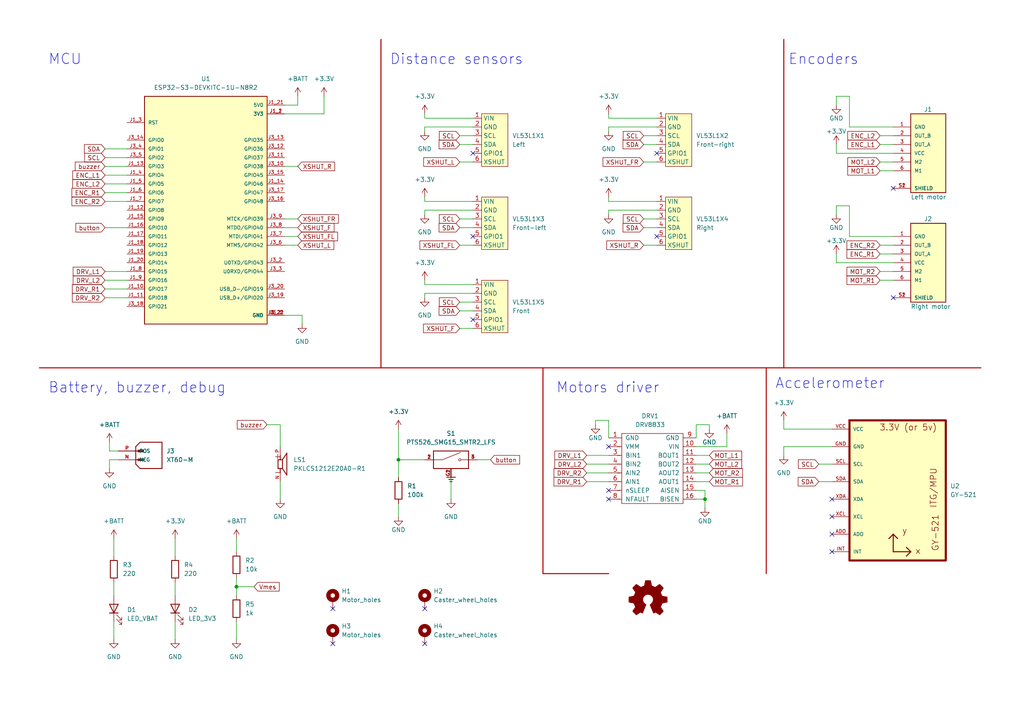
<source format=kicad_sch>
(kicad_sch (version 20211123) (generator eeschema)
  (paper "A4")
  (title_block (title "Algernon Micromouse PCB") (rev "v0.1"))
  (lib_symbols
    (symbol "BM06B-SRSS-TB_LF__SN__1" (pin_names (offset 1.016))
      (property "Reference" "J" (at -5.08 13.462 0))
      (property "Value" "BM06B-SRSS-TB_LF__SN__1" (at -5.08 -12.7 0))
      (symbol "BM06B-SRSS-TB_LF__SN__1_0_0"
        (pin passive line (at -10.16 10.16 0) (length 5.08) (name "GND") (number "1"))
        (pin passive line (at -10.16 7.62 0) (length 5.08) (name "OUT_B") (number "2"))
        (pin passive line (at -10.16 5.08 0) (length 5.08) (name "OUT_A") (number "3"))
        (pin passive line (at -10.16 2.54 0) (length 5.08) (name "VCC") (number "4"))
        (pin passive line (at -10.16 0 0) (length 5.08) (name "M2") (number "5"))
        (pin passive line (at -10.16 -2.54 0) (length 5.08) (name "M1") (number "6"))
        (pin passive line (at -10.16 -7.62 0) (length 5.08) (name "SHIELD") (number "S1"))
        (pin passive line (at -10.16 -7.62 0) (length 5.08) (name "SHIELD") (number "S2"))
      )
    )
    (symbol "BM06B-SRSS-TB_LF__SN__2" (pin_names (offset 1.016))
      (property "Reference" "J" (at -5.08 13.462 0))
      (property "Value" "BM06B-SRSS-TB_LF__SN__2" (at -5.08 -12.7 0))
      (symbol "BM06B-SRSS-TB_LF__SN__2_0_0"
        (pin passive line (at -10.16 10.16 0) (length 5.08) (name "GND") (number "1"))
        (pin passive line (at -10.16 7.62 0) (length 5.08) (name "OUT_B") (number "2"))
        (pin passive line (at -10.16 5.08 0) (length 5.08) (name "OUT_A") (number "3"))
        (pin passive line (at -10.16 2.54 0) (length 5.08) (name "VCC") (number "4"))
        (pin passive line (at -10.16 0 0) (length 5.08) (name "M2") (number "5"))
        (pin passive line (at -10.16 -2.54 0) (length 5.08) (name "M1") (number "6"))
        (pin passive line (at -10.16 -7.62 0) (length 5.08) (name "SHIELD") (number "S1"))
        (pin passive line (at -10.16 -7.62 0) (length 5.08) (name "SHIELD") (number "S2"))
      )
    )
    (symbol "DRV8833:Dual motor driver" (pin_names (offset 1.016))
      (property "Reference" "DRV8833" (at 0 11.43 0))
      (property "Value" "Dual motor driver" (at 0 -11.43 0))
      (symbol "Dual motor driver_1_1"
        (pin input line (at -12.7 8.89 0) (length 3.81) (name "GND") (number "1"))
        (pin output line (at 12.7 6.35 180) (length 3.81) (name "VIN") (number "10"))
        (pin output line (at 12.7 3.81 180) (length 3.81) (name "BOUT1") (number "11"))
        (pin output line (at 12.7 1.27 180) (length 3.81) (name "BOUT2") (number "12"))
        (pin output line (at 12.7 -1.27 180) (length 3.81) (name "AOUT2") (number "13"))
        (pin output line (at 12.7 -3.81 180) (length 3.81) (name "AOUT1") (number "14"))
        (pin input line (at 12.7 -6.35 180) (length 3.81) (name "AISEN") (number "15"))
        (pin input line (at 12.7 -8.89 180) (length 3.81) (name "BISEN") (number "16"))
        (pin input line (at -12.7 6.35 0) (length 3.81) (name "VMM") (number "2"))
        (pin input line (at -12.7 3.81 0) (length 3.81) (name "BIN1") (number "3"))
        (pin input line (at -12.7 1.27 0) (length 3.81) (name "BIN2") (number "4"))
        (pin input line (at -12.7 -1.27 0) (length 3.81) (name "AIN2") (number "5"))
        (pin input line (at -12.7 -3.81 0) (length 3.81) (name "AIN1") (number "6"))
        (pin input line (at -12.7 -6.35 0) (length 3.81) (name "nSLEEP") (number "7"))
        (pin input line (at -12.7 -8.89 0) (length 3.81) (name "NFAULT") (number "8"))
        (pin input line (at 12.7 8.89 180) (length 3.81) (name "GND") (number "9"))
      )
    )
    (symbol "Device:LED" (pin_numbers hide) (pin_names (offset 1.016) hide)
      (property "Reference" "D" (at 0 2.54 0))
      (property "Value" "LED" (at 0 -2.54 0))
      (symbol "LED_1_1"
        (pin passive line (at -3.81 0 0) (length 2.54) (name "K") (number "1"))
        (pin passive line (at 3.81 0 180) (length 2.54) (name "A") (number "2"))
      )
    )
    (symbol "Device:R" (pin_numbers hide) (pin_names (offset 0))
      (property "Reference" "R" (at 2.032 0 90))
      (property "Value" "R" (at 0 0 90))
      (symbol "R_1_1"
        (pin passive line (at 0 3.81 270) (length 1.27) (name "~") (number "1"))
        (pin passive line (at 0 -3.81 90) (length 1.27) (name "~") (number "2"))
      )
    )
    (symbol "ESP32-S3-DEVKITC-1U-N8R2:ESP32-S3-DEVKITC-1U-N8R2" (pin_names (offset 1.016))
      (property "Reference" "U" (at -17.78 35.56 0))
      (property "Value" "ESP32-S3-DEVKITC-1U-N8R2" (at -17.78 -35.56 0))
      (symbol "ESP32-S3-DEVKITC-1U-N8R2_0_0"
        (pin power_in line (at 22.86 27.94 180) (length 5.08) (name "3V3") (number "J1_1"))
        (pin bidirectional line (at -22.86 -22.86 0) (length 5.08) (name "GPIO17") (number "J1_10"))
        (pin bidirectional line (at -22.86 -25.4 0) (length 5.08) (name "GPIO18") (number "J1_11"))
        (pin bidirectional line (at -22.86 0 0) (length 5.08) (name "GPIO8") (number "J1_12"))
        (pin bidirectional line (at -22.86 12.7 0) (length 5.08) (name "GPIO3") (number "J1_13"))
        (pin bidirectional line (at 22.86 7.62 180) (length 5.08) (name "GPIO46") (number "J1_14"))
        (pin bidirectional line (at -22.86 -2.54 0) (length 5.08) (name "GPIO9") (number "J1_15"))
        (pin bidirectional line (at -22.86 -5.08 0) (length 5.08) (name "GPIO10") (number "J1_16"))
        (pin bidirectional line (at -22.86 -7.62 0) (length 5.08) (name "GPIO11") (number "J1_17"))
        (pin bidirectional line (at -22.86 -10.16 0) (length 5.08) (name "GPIO12") (number "J1_18"))
        (pin bidirectional line (at -22.86 -12.7 0) (length 5.08) (name "GPIO13") (number "J1_19"))
        (pin power_in line (at 22.86 27.94 180) (length 5.08) (name "3V3") (number "J1_2"))
        (pin bidirectional line (at -22.86 -15.24 0) (length 5.08) (name "GPIO14") (number "J1_20"))
        (pin power_in line (at 22.86 30.48 180) (length 5.08) (name "5V0") (number "J1_21"))
        (pin power_in line (at 22.86 -30.48 180) (length 5.08) (name "GND") (number "J1_22"))
        (pin input line (at -22.86 25.4 0) (length 5.08) (name "RST") (number "J1_3"))
        (pin bidirectional line (at -22.86 10.16 0) (length 5.08) (name "GPIO4") (number "J1_4"))
        (pin bidirectional line (at -22.86 7.62 0) (length 5.08) (name "GPIO5") (number "J1_5"))
        (pin bidirectional line (at -22.86 5.08 0) (length 5.08) (name "GPIO6") (number "J1_6"))
        (pin bidirectional line (at -22.86 2.54 0) (length 5.08) (name "GPIO7") (number "J1_7"))
        (pin bidirectional line (at -22.86 -17.78 0) (length 5.08) (name "GPIO15") (number "J1_8"))
        (pin bidirectional line (at -22.86 -20.32 0) (length 5.08) (name "GPIO16") (number "J1_9"))
        (pin power_in line (at 22.86 -30.48 180) (length 5.08) (name "GND") (number "J3_1"))
        (pin bidirectional line (at 22.86 12.7 180) (length 5.08) (name "GPIO38") (number "J3_10"))
        (pin bidirectional line (at 22.86 15.24 180) (length 5.08) (name "GPIO37") (number "J3_11"))
        (pin bidirectional line (at 22.86 17.78 180) (length 5.08) (name "GPIO36") (number "J3_12"))
        (pin bidirectional line (at 22.86 20.32 180) (length 5.08) (name "GPIO35") (number "J3_13"))
        (pin bidirectional line (at -22.86 20.32 0) (length 5.08) (name "GPIO0") (number "J3_14"))
        (pin bidirectional line (at 22.86 10.16 180) (length 5.08) (name "GPIO45") (number "J3_15"))
        (pin bidirectional line (at 22.86 2.54 180) (length 5.08) (name "GPIO48") (number "J3_16"))
        (pin bidirectional line (at 22.86 5.08 180) (length 5.08) (name "GPIO47") (number "J3_17"))
        (pin bidirectional line (at -22.86 -27.94 0) (length 5.08) (name "GPIO21") (number "J3_18"))
        (pin bidirectional line (at 22.86 -25.4 180) (length 5.08) (name "USB_D+/GPIO20") (number "J3_19"))
        (pin bidirectional line (at 22.86 -15.24 180) (length 5.08) (name "U0TXD/GPIO43") (number "J3_2"))
        (pin bidirectional line (at 22.86 -22.86 180) (length 5.08) (name "USB_D-/GPIO19") (number "J3_20"))
        (pin power_in line (at 22.86 -30.48 180) (length 5.08) (name "GND") (number "J3_21"))
        (pin power_in line (at 22.86 -30.48 180) (length 5.08) (name "GND") (number "J3_22"))
        (pin bidirectional line (at 22.86 -17.78 180) (length 5.08) (name "U0RXD/GPIO44") (number "J3_3"))
        (pin bidirectional line (at -22.86 17.78 0) (length 5.08) (name "GPIO1") (number "J3_4"))
        (pin bidirectional line (at -22.86 15.24 0) (length 5.08) (name "GPIO2") (number "J3_5"))
        (pin bidirectional line (at 22.86 -10.16 180) (length 5.08) (name "MTMS/GPIO42") (number "J3_6"))
        (pin bidirectional line (at 22.86 -7.62 180) (length 5.08) (name "MTDI/GPIO41") (number "J3_7"))
        (pin bidirectional line (at 22.86 -5.08 180) (length 5.08) (name "MTDO/GPIO40") (number "J3_8"))
        (pin bidirectional line (at 22.86 -2.54 180) (length 5.08) (name "MTCK/GPIO39") (number "J3_9"))
      )
    )
    (symbol "GY-521:GY-521" (pin_names (offset 1.016))
      (property "Reference" "U" (at 0 0 0))
      (property "Value" "GY-521" (at 0 0 0))
      (symbol "GY-521_0_0"
        (text "3.3V (or 5v)" (at -1.524 14.732 0) (effects (font (size 1.778 1.778)) (justify left bottom)))
        (text "GY-521" (at 13.716 -9.398 900) (effects (font (size 1.778 1.778)) (justify right top)))
        (text "ITG/MPU" (at 15.24 -7.62 900) (effects (font (size 1.778 1.778)) (justify left bottom)))
        (text "x" (at 8.89 -21.082 0) (effects (font (size 1.778 1.778)) (justify left bottom)))
        (text "y" (at 5.08 -15.24 0) (effects (font (size 1.778 1.778)) (justify left bottom)))
        (pin bidirectional line (at -15.24 -15.24 0) (length 5.08) (name "ADO") (number "ADO"))
        (pin bidirectional line (at -15.24 10.16 0) (length 5.08) (name "GND") (number "GND"))
        (pin bidirectional line (at -15.24 -20.32 0) (length 5.08) (name "INT") (number "INT"))
        (pin bidirectional line (at -15.24 5.08 0) (length 5.08) (name "SCL") (number "SCL"))
        (pin bidirectional line (at -15.24 0 0) (length 5.08) (name "SDA") (number "SDA"))
        (pin bidirectional line (at -15.24 15.24 0) (length 5.08) (name "VCC") (number "VCC"))
        (pin bidirectional line (at -15.24 -10.16 0) (length 5.08) (name "XCL") (number "XCL"))
        (pin bidirectional line (at -15.24 -5.08 0) (length 5.08) (name "XDA") (number "XDA"))
      )
    )
    (symbol "Graphic:Logo_Open_Hardware_Small" (pin_names (offset 1.016)))
    (symbol "Mechanical:MountingHole_Pad" (pin_numbers hide) (pin_names (offset 1.016) hide)
      (property "Reference" "H" (at 0 6.35 0))
      (property "Value" "MountingHole_Pad" (at 0 4.445 0))
      (symbol "MountingHole_Pad_1_1"
        (pin input line (at 0 -2.54 90) (length 2.54) (name "1") (number "1"))
      )
    )
    (symbol "PKLCS1212E20A0-R1:PKLCS1212E20A0-R1" (pin_names (offset 1.016))
      (property "Reference" "LS" (at -3.82 8.9133 0))
      (property "Value" "PKLCS1212E20A0-R1" (at -3.823 -11.469 0))
      (symbol "PKLCS1212E20A0-R1_0_0"
        (text "+" (at -1.905 1.27 0) (effects (font (size 1.778 1.778)) (justify left bottom)))
        (text "-" (at -1.905 -1.27 0) (effects (font (size 1.778 1.778)) (justify left top)))
        (pin passive line (at 0 -5.08 90) (length 2.54) (name "~") (number "N"))
        (pin passive line (at 0 5.08 270) (length 2.54) (name "~") (number "P"))
      )
    )
    (symbol "PTS526_SMG15_SMTR2_LFS:PTS526_SMG15_SMTR2_LFS" (pin_names (offset 1.016))
      (property "Reference" "S" (at -5.08 3.175 0))
      (property "Value" "PTS526_SMG15_SMTR2_LFS" (at 2.54 -5.08 0))
      (symbol "PTS526_SMG15_SMTR2_LFS_0_0"
        (pin passive line (at -7.62 0 0) (length 2.54) (name "~") (number "1"))
        (pin passive line (at -7.62 0 0) (length 2.54) (name "~") (number "2"))
        (pin passive line (at 7.62 0 180) (length 2.54) (name "~") (number "3"))
        (pin passive line (at 7.62 0 180) (length 2.54) (name "~") (number "4"))
        (pin power_in line (at 0 -5.08 90) (length 2.54) (name "~") (number "G1"))
        (pin power_in line (at 0 -5.08 90) (length 2.54) (name "~") (number "G2"))
      )
    )
    (symbol "VL53L1x:ToF distance sensor"
      (property "Reference" "VL53L1X" (at 0 -11.43 0))
      (property "Value" "ToF distance sensor" (at 0 -8.89 0))
      (symbol "ToF distance sensor_1_1"
        (pin input line (at -1.27 6.35 0) (length 2.54) (name "VIN") (number "1"))
        (pin input line (at -1.27 3.81 0) (length 2.54) (name "GND") (number "2"))
        (pin input line (at -1.27 1.27 0) (length 2.54) (name "SCL") (number "3"))
        (pin input line (at -1.27 -1.27 0) (length 2.54) (name "SDA") (number "4"))
        (pin input line (at -1.27 -3.81 0) (length 2.54) (name "GPIO1") (number "5"))
        (pin input line (at -1.27 -6.35 0) (length 2.54) (name "XSHUT") (number "6"))
      )
    )
    (symbol "XT60-M:XT60-M" (pin_names (offset 1.016))
      (property "Reference" "J" (at 0 6.35 0))
      (property "Value" "XT60-M" (at 0 -5.08 0))
      (symbol "XT60-M_0_0"
        (pin passive line (at -5.08 0 0) (length 5.08) (name "NEG") (number "N"))
        (pin passive line (at -5.08 2.54 0) (length 5.08) (name "POS") (number "P"))
      )
    )
    (symbol "power:+3.3V" (power) (pin_names (offset 0))
      (property "Value" "+3.3V" (at 0 3.556 0))
      (symbol "+3.3V_1_1"
        (pin power_in line (at 0 0 90) (length 0) hide (name "+3.3V") (number "1"))
      )
    )
    (symbol "power:+BATT" (power) (pin_names (offset 0))
      (property "Value" "+BATT" (at 0 3.556 0))
      (symbol "+BATT_1_1"
        (pin power_in line (at 0 0 90) (length 0) hide (name "+BATT") (number "1"))
      )
    )
    (symbol "power:GND" (power) (pin_names (offset 0))
      (property "Value" "GND" (at 0 -3.81 0))
      (symbol "GND_1_1"
        (pin power_in line (at 0 0 270) (length 0) hide (name "GND") (number "1"))
      )
    )
  )
  (junction (at 68.58 170.18))
  (junction (at 204.47 144.78))
  (junction (at 115.57 133.35))
  (no_connect (at 137.16 92.71))
  (no_connect (at 259.08 86.36))
  (no_connect (at 259.08 54.61))
  (no_connect (at 137.16 68.58))
  (no_connect (at 190.5 44.45))
  (no_connect (at 176.53 129.54))
  (no_connect (at 241.3 149.86))
  (no_connect (at 241.3 154.94))
  (no_connect (at 241.3 144.78))
  (no_connect (at 241.3 160.02))
  (no_connect (at 190.5 68.58))
  (no_connect (at 137.16 44.45))
  (no_connect (at 176.53 142.24))
  (no_connect (at 176.53 144.78))
  (no_connect (at 123.19 176.53))
  (no_connect (at 123.19 186.69))
  (no_connect (at 96.52 186.69))
  (no_connect (at 96.52 176.53))
  (wire (pts (xy 201.93 142.24) (xy 204.47 142.24)))
  (wire (pts (xy 176.53 121.92) (xy 172.72 121.92)))
  (wire (pts (xy 133.35 87.63) (xy 137.16 87.63)))
  (wire (pts (xy 30.48 43.18) (xy 36.83 43.18)))
  (wire (pts (xy 255.27 71.12) (xy 259.08 71.12)))
  (wire (pts (xy 30.48 48.26) (xy 36.83 48.26)))
  (wire (pts (xy 242.57 27.94) (xy 242.57 30.48)))
  (wire (pts (xy 30.48 50.8) (xy 36.83 50.8)))
  (wire (pts (xy 246.38 36.83) (xy 246.38 27.94)))
  (wire (pts (xy 259.08 36.83) (xy 246.38 36.83)))
  (polyline (pts (xy 11.43 106.68) (xy 284.48 106.68)) (stroke (width 0.3) (type solid) (color 177 0 0 1)))
  (wire (pts (xy 30.48 66.04) (xy 36.83 66.04)))
  (wire (pts (xy 204.47 144.78) (xy 204.47 147.32)))
  (wire (pts (xy 30.48 78.74) (xy 36.83 78.74)))
  (wire (pts (xy 123.19 85.09) (xy 123.19 86.36)))
  (wire (pts (xy 176.53 60.96) (xy 176.53 62.23)))
  (wire (pts (xy 93.98 27.94) (xy 93.98 33.02)))
  (wire (pts (xy 68.58 170.18) (xy 73.66 170.18)))
  (wire (pts (xy 205.74 132.08) (xy 201.93 132.08)))
  (wire (pts (xy 176.53 34.29) (xy 176.53 33.02)))
  (wire (pts (xy 34.29 130.81) (xy 31.75 130.81)))
  (wire (pts (xy 133.35 66.04) (xy 137.16 66.04)))
  (wire (pts (xy 81.28 129.54) (xy 81.28 123.19)))
  (wire (pts (xy 115.57 133.35) (xy 115.57 138.43)))
  (wire (pts (xy 123.19 60.96) (xy 123.19 62.23)))
  (wire (pts (xy 201.93 127) (xy 201.93 123.19)))
  (wire (pts (xy 33.02 156.21) (xy 33.02 161.29)))
  (wire (pts (xy 115.57 124.46) (xy 115.57 133.35)))
  (wire (pts (xy 115.57 146.05) (xy 115.57 149.86)))
  (wire (pts (xy 204.47 142.24) (xy 204.47 144.78)))
  (wire (pts (xy 68.58 167.64) (xy 68.58 170.18)))
  (wire (pts (xy 210.82 129.54) (xy 210.82 125.73)))
  (wire (pts (xy 242.57 59.69) (xy 242.57 62.23)))
  (wire (pts (xy 205.74 134.62) (xy 201.93 134.62)))
  (wire (pts (xy 87.63 91.44) (xy 87.63 93.98)))
  (wire (pts (xy 137.16 85.09) (xy 123.19 85.09)))
  (wire (pts (xy 115.57 133.35) (xy 123.19 133.35)))
  (wire (pts (xy 205.74 137.16) (xy 201.93 137.16)))
  (wire (pts (xy 237.49 134.62) (xy 241.3 134.62)))
  (wire (pts (xy 186.69 66.04) (xy 190.5 66.04)))
  (wire (pts (xy 133.35 46.99) (xy 137.16 46.99)))
  (wire (pts (xy 123.19 34.29) (xy 123.19 33.02)))
  (wire (pts (xy 82.55 71.12) (xy 86.36 71.12)))
  (wire (pts (xy 246.38 68.58) (xy 246.38 59.69)))
  (wire (pts (xy 242.57 73.66) (xy 242.57 76.2)))
  (wire (pts (xy 123.19 58.42) (xy 123.19 57.15)))
  (wire (pts (xy 68.58 156.21) (xy 68.58 160.02)))
  (wire (pts (xy 227.33 124.46) (xy 227.33 121.92)))
  (wire (pts (xy 133.35 63.5) (xy 137.16 63.5)))
  (wire (pts (xy 30.48 45.72) (xy 36.83 45.72)))
  (wire (pts (xy 255.27 49.53) (xy 259.08 49.53)))
  (wire (pts (xy 133.35 39.37) (xy 137.16 39.37)))
  (wire (pts (xy 33.02 168.91) (xy 33.02 172.72)))
  (wire (pts (xy 246.38 59.69) (xy 242.57 59.69)))
  (wire (pts (xy 242.57 44.45) (xy 259.08 44.45)))
  (wire (pts (xy 190.5 36.83) (xy 176.53 36.83)))
  (wire (pts (xy 170.18 139.7) (xy 176.53 139.7)))
  (wire (pts (xy 137.16 58.42) (xy 123.19 58.42)))
  (wire (pts (xy 133.35 71.12) (xy 137.16 71.12)))
  (wire (pts (xy 255.27 41.91) (xy 259.08 41.91)))
  (wire (pts (xy 82.55 33.02) (xy 93.98 33.02)))
  (wire (pts (xy 201.93 144.78) (xy 204.47 144.78)))
  (wire (pts (xy 255.27 46.99) (xy 259.08 46.99)))
  (wire (pts (xy 255.27 73.66) (xy 259.08 73.66)))
  (wire (pts (xy 68.58 180.34) (xy 68.58 185.42)))
  (polyline (pts (xy 157.48 106.68) (xy 157.48 166.37)) (stroke (width 0.3) (type solid) (color 177 0 0 1)))
  (wire (pts (xy 255.27 39.37) (xy 259.08 39.37)))
  (wire (pts (xy 227.33 129.54) (xy 227.33 132.08)))
  (wire (pts (xy 241.3 124.46) (xy 227.33 124.46)))
  (wire (pts (xy 30.48 86.36) (xy 36.83 86.36)))
  (wire (pts (xy 201.93 123.19) (xy 205.74 123.19)))
  (wire (pts (xy 50.8 156.21) (xy 50.8 161.29)))
  (polyline (pts (xy 110.49 11.43) (xy 110.49 106.68)) (stroke (width 0.3) (type solid) (color 177 0 0 1)))
  (polyline (pts (xy 227.33 11.43) (xy 227.33 106.68)) (stroke (width 0.3) (type solid) (color 177 0 0 1)))
  (wire (pts (xy 123.19 36.83) (xy 123.19 38.1)))
  (wire (pts (xy 81.28 123.19) (xy 77.47 123.19)))
  (wire (pts (xy 186.69 46.99) (xy 190.5 46.99)))
  (wire (pts (xy 186.69 71.12) (xy 190.5 71.12)))
  (polyline (pts (xy 157.48 166.37) (xy 176.53 166.37)) (stroke (width 0.3) (type solid) (color 177 0 0 1)))
  (wire (pts (xy 242.57 76.2) (xy 259.08 76.2)))
  (wire (pts (xy 137.16 34.29) (xy 123.19 34.29)))
  (wire (pts (xy 82.55 30.48) (xy 86.36 30.48)))
  (wire (pts (xy 186.69 41.91) (xy 190.5 41.91)))
  (wire (pts (xy 259.08 68.58) (xy 246.38 68.58)))
  (wire (pts (xy 34.29 133.35) (xy 31.75 133.35)))
  (wire (pts (xy 130.81 138.43) (xy 130.81 144.78)))
  (wire (pts (xy 82.55 48.26) (xy 86.36 48.26)))
  (wire (pts (xy 237.49 139.7) (xy 241.3 139.7)))
  (wire (pts (xy 255.27 78.74) (xy 259.08 78.74)))
  (wire (pts (xy 30.48 83.82) (xy 36.83 83.82)))
  (wire (pts (xy 33.02 180.34) (xy 33.02 185.42)))
  (wire (pts (xy 82.55 68.58) (xy 86.36 68.58)))
  (wire (pts (xy 170.18 137.16) (xy 176.53 137.16)))
  (wire (pts (xy 30.48 58.42) (xy 36.83 58.42)))
  (wire (pts (xy 50.8 180.34) (xy 50.8 185.42)))
  (wire (pts (xy 133.35 90.17) (xy 137.16 90.17)))
  (wire (pts (xy 82.55 66.04) (xy 86.36 66.04)))
  (wire (pts (xy 81.28 139.7) (xy 81.28 144.78)))
  (wire (pts (xy 137.16 60.96) (xy 123.19 60.96)))
  (wire (pts (xy 170.18 132.08) (xy 176.53 132.08)))
  (wire (pts (xy 30.48 53.34) (xy 36.83 53.34)))
  (wire (pts (xy 31.75 130.81) (xy 31.75 128.27)))
  (wire (pts (xy 176.53 58.42) (xy 176.53 57.15)))
  (wire (pts (xy 86.36 27.94) (xy 86.36 30.48)))
  (wire (pts (xy 186.69 63.5) (xy 190.5 63.5)))
  (wire (pts (xy 133.35 41.91) (xy 137.16 41.91)))
  (wire (pts (xy 82.55 91.44) (xy 87.63 91.44)))
  (wire (pts (xy 82.55 63.5) (xy 86.36 63.5)))
  (polyline (pts (xy 222.25 106.68) (xy 222.25 166.37)) (stroke (width 0.3) (type solid) (color 177 0 0 1)))
  (wire (pts (xy 255.27 81.28) (xy 259.08 81.28)))
  (wire (pts (xy 241.3 129.54) (xy 227.33 129.54)))
  (wire (pts (xy 242.57 41.91) (xy 242.57 44.45)))
  (wire (pts (xy 205.74 123.19) (xy 205.74 124.46)))
  (wire (pts (xy 30.48 81.28) (xy 36.83 81.28)))
  (wire (pts (xy 190.5 34.29) (xy 176.53 34.29)))
  (wire (pts (xy 190.5 58.42) (xy 176.53 58.42)))
  (wire (pts (xy 137.16 36.83) (xy 123.19 36.83)))
  (wire (pts (xy 68.58 170.18) (xy 68.58 172.72)))
  (wire (pts (xy 172.72 121.92) (xy 172.72 123.19)))
  (wire (pts (xy 123.19 82.55) (xy 123.19 81.28)))
  (wire (pts (xy 31.75 133.35) (xy 31.75 135.89)))
  (wire (pts (xy 190.5 60.96) (xy 176.53 60.96)))
  (wire (pts (xy 170.18 134.62) (xy 176.53 134.62)))
  (wire (pts (xy 50.8 168.91) (xy 50.8 172.72)))
  (wire (pts (xy 176.53 127) (xy 176.53 121.92)))
  (wire (pts (xy 137.16 82.55) (xy 123.19 82.55)))
  (wire (pts (xy 205.74 139.7) (xy 201.93 139.7)))
  (wire (pts (xy 201.93 129.54) (xy 210.82 129.54)))
  (wire (pts (xy 138.43 133.35) (xy 142.24 133.35)))
  (wire (pts (xy 133.35 95.25) (xy 137.16 95.25)))
  (wire (pts (xy 30.48 55.88) (xy 36.83 55.88)))
  (wire (pts (xy 176.53 36.83) (xy 176.53 38.1)))
  (wire (pts (xy 246.38 27.94) (xy 242.57 27.94)))
  (wire (pts (xy 186.69 39.37) (xy 190.5 39.37)))
  (text "Battery, buzzer, debug" (at 13.97 114.3 0) (effects (font (size 3 3)) (justify left bottom)))
  (text "Motors driver" (at 161.29 114.3 0) (effects (font (size 3 3)) (justify left bottom)))
  (text "Distance sensors" (at 113.03 19.05 0) (effects (font (size 3 3)) (justify left bottom)))
  (text "Encoders" (at 228.6 19.05 0) (effects (font (size 3 3)) (justify left bottom)))
  (text "MCU" (at 13.97 19.05 0) (effects (font (size 3 3)) (justify left bottom)))
  (text "Accelerometer\n" (at 224.79 113.03 0) (effects (font (size 3 3)) (justify left bottom)))
  (global_label "button" (shape input) (at 142.24 133.35 0) (property "Intersheet References" "${INTERSHEET_REFS}" (effects hide)))
  (global_label "ENC_R2" (shape input) (at 30.48 58.42 180) (property "Intersheet References" "${INTERSHEET_REFS}" (effects hide)))
  (global_label "DRV_L1" (shape input) (at 30.48 78.74 180) (property "Intersheet References" "${INTERSHEET_REFS}" (effects hide)))
  (global_label "DRV_R1" (shape input) (at 30.48 83.82 180) (property "Intersheet References" "${INTERSHEET_REFS}" (effects hide)))
  (global_label "SDA" (shape input) (at 30.48 43.18 180) (property "Intersheet References" "${INTERSHEET_REFS}" (effects hide)))
  (global_label "Vmes" (shape input) (at 73.66 170.18 0) (property "Intersheet References" "${INTERSHEET_REFS}" (effects hide)))
  (global_label "MOT_L1" (shape input) (at 205.74 132.08 0) (property "Intersheet References" "${INTERSHEET_REFS}" (effects hide)))
  (global_label "SCL" (shape input) (at 133.35 87.63 180) (property "Intersheet References" "${INTERSHEET_REFS}" (effects hide)))
  (global_label "ENC_R1" (shape input) (at 255.27 73.66 180) (property "Intersheet References" "${INTERSHEET_REFS}" (effects hide)))
  (global_label "ENC_L2" (shape input) (at 255.27 39.37 180) (property "Intersheet References" "${INTERSHEET_REFS}" (effects hide)))
  (global_label "MOT_R2" (shape input) (at 255.27 78.74 180) (property "Intersheet References" "${INTERSHEET_REFS}" (effects hide)))
  (global_label "DRV_R1" (shape input) (at 170.18 139.7 180) (property "Intersheet References" "${INTERSHEET_REFS}" (effects hide)))
  (global_label "SCL" (shape input) (at 30.48 45.72 180) (property "Intersheet References" "${INTERSHEET_REFS}" (effects hide)))
  (global_label "MOT_L2" (shape input) (at 255.27 46.99 180) (property "Intersheet References" "${INTERSHEET_REFS}" (effects hide)))
  (global_label "button" (shape input) (at 30.48 66.04 180) (property "Intersheet References" "${INTERSHEET_REFS}" (effects hide)))
  (global_label "XSHUT_FL" (shape input) (at 133.35 71.12 180) (property "Intersheet References" "${INTERSHEET_REFS}" (effects hide)))
  (global_label "ENC_R2" (shape input) (at 255.27 71.12 180) (property "Intersheet References" "${INTERSHEET_REFS}" (effects hide)))
  (global_label "ENC_R1" (shape input) (at 30.48 55.88 180) (property "Intersheet References" "${INTERSHEET_REFS}" (effects hide)))
  (global_label "XSHUT_R" (shape input) (at 86.36 48.26 0) (property "Intersheet References" "${INTERSHEET_REFS}" (effects hide)))
  (global_label "DRV_R2" (shape input) (at 170.18 137.16 180) (property "Intersheet References" "${INTERSHEET_REFS}" (effects hide)))
  (global_label "XSHUT_L" (shape input) (at 133.35 46.99 180) (property "Intersheet References" "${INTERSHEET_REFS}" (effects hide)))
  (global_label "DRV_L2" (shape input) (at 30.48 81.28 180) (property "Intersheet References" "${INTERSHEET_REFS}" (effects hide)))
  (global_label "XSHUT_FR" (shape input) (at 86.36 63.5 0) (property "Intersheet References" "${INTERSHEET_REFS}" (effects hide)))
  (global_label "ENC_L2" (shape input) (at 30.48 53.34 180) (property "Intersheet References" "${INTERSHEET_REFS}" (effects hide)))
  (global_label "MOT_R2" (shape input) (at 205.74 137.16 0) (property "Intersheet References" "${INTERSHEET_REFS}" (effects hide)))
  (global_label "XSHUT_F" (shape input) (at 86.36 66.04 0) (property "Intersheet References" "${INTERSHEET_REFS}" (effects hide)))
  (global_label "SDA" (shape input) (at 133.35 41.91 180) (property "Intersheet References" "${INTERSHEET_REFS}" (effects hide)))
  (global_label "SDA" (shape input) (at 237.49 139.7 180) (property "Intersheet References" "${INTERSHEET_REFS}" (effects hide)))
  (global_label "DRV_L2" (shape input) (at 170.18 134.62 180) (property "Intersheet References" "${INTERSHEET_REFS}" (effects hide)))
  (global_label "MOT_L1" (shape input) (at 255.27 49.53 180) (property "Intersheet References" "${INTERSHEET_REFS}" (effects hide)))
  (global_label "SDA" (shape input) (at 133.35 66.04 180) (property "Intersheet References" "${INTERSHEET_REFS}" (effects hide)))
  (global_label "SCL" (shape input) (at 237.49 134.62 180) (property "Intersheet References" "${INTERSHEET_REFS}" (effects hide)))
  (global_label "XSHUT_L" (shape input) (at 86.36 71.12 0) (property "Intersheet References" "${INTERSHEET_REFS}" (effects hide)))
  (global_label "SCL" (shape input) (at 133.35 39.37 180) (property "Intersheet References" "${INTERSHEET_REFS}" (effects hide)))
  (global_label "XSHUT_R" (shape input) (at 186.69 71.12 180) (property "Intersheet References" "${INTERSHEET_REFS}" (effects hide)))
  (global_label "DRV_R2" (shape input) (at 30.48 86.36 180) (property "Intersheet References" "${INTERSHEET_REFS}" (effects hide)))
  (global_label "ENC_L1" (shape input) (at 255.27 41.91 180) (property "Intersheet References" "${INTERSHEET_REFS}" (effects hide)))
  (global_label "DRV_L1" (shape input) (at 170.18 132.08 180) (property "Intersheet References" "${INTERSHEET_REFS}" (effects hide)))
  (global_label "XSHUT_FR" (shape input) (at 186.69 46.99 180) (property "Intersheet References" "${INTERSHEET_REFS}" (effects hide)))
  (global_label "MOT_L2" (shape input) (at 205.74 134.62 0) (property "Intersheet References" "${INTERSHEET_REFS}" (effects hide)))
  (global_label "MOT_R1" (shape input) (at 205.74 139.7 0) (property "Intersheet References" "${INTERSHEET_REFS}" (effects hide)))
  (global_label "XSHUT_F" (shape input) (at 133.35 95.25 180) (property "Intersheet References" "${INTERSHEET_REFS}" (effects hide)))
  (global_label "ENC_L1" (shape input) (at 30.48 50.8 180) (property "Intersheet References" "${INTERSHEET_REFS}" (effects hide)))
  (global_label "SCL" (shape input) (at 133.35 63.5 180) (property "Intersheet References" "${INTERSHEET_REFS}" (effects hide)))
  (global_label "MOT_R1" (shape input) (at 255.27 81.28 180) (property "Intersheet References" "${INTERSHEET_REFS}" (effects hide)))
  (global_label "buzzer" (shape input) (at 30.48 48.26 180) (property "Intersheet References" "${INTERSHEET_REFS}" (effects hide)))
  (global_label "SDA" (shape input) (at 133.35 90.17 180) (property "Intersheet References" "${INTERSHEET_REFS}" (effects hide)))
  (global_label "SCL" (shape input) (at 186.69 39.37 180) (property "Intersheet References" "${INTERSHEET_REFS}" (effects hide)))
  (global_label "SCL" (shape input) (at 186.69 63.5 180) (property "Intersheet References" "${INTERSHEET_REFS}" (effects hide)))
  (global_label "SDA" (shape input) (at 186.69 41.91 180) (property "Intersheet References" "${INTERSHEET_REFS}" (effects hide)))
  (global_label "XSHUT_FL" (shape input) (at 86.36 68.58 0) (property "Intersheet References" "${INTERSHEET_REFS}" (effects hide)))
  (global_label "SDA" (shape input) (at 186.69 66.04 180) (property "Intersheet References" "${INTERSHEET_REFS}" (effects hide)))
  (global_label "buzzer" (shape input) (at 77.47 123.19 180) (property "Intersheet References" "${INTERSHEET_REFS}" (effects hide)))
  (symbol (lib_id "power:GND") (at 227.33 132.08 0) (unit 1)
    (property "Reference" "#PWR024" (effects hide))
    (property "Value" "GND" (at 227.33 137.16 0))
  )
  (symbol (lib_id "VL53L1x:ToF distance sensor") (at 138.43 64.77 0) (unit 1)
    (property "Reference" "VL53L1X3" (at 148.59 63.4999 0) (effects (justify left)))
    (property "Value" "Front-left" (at 148.59 66.0399 0) (effects (justify left)))
    (property "Footprint" "footprints:TinyTronics_VL53L1X" (effects hide))
  )
  (symbol (lib_id "VL53L1x:ToF distance sensor") (at 191.77 40.64 0) (unit 1)
    (property "Reference" "VL53L1X2" (at 201.93 39.3699 0) (effects (justify left)))
    (property "Value" "Front-right" (at 201.93 41.9099 0) (effects (justify left)))
    (property "Footprint" "footprints:TinyTronics_VL53L1X" (effects hide))
  )
  (symbol (lib_id "power:GND") (at 31.75 135.89 0) (unit 1)
    (property "Reference" "#PWR025" (effects hide))
    (property "Value" "GND" (at 31.75 140.97 0))
  )
  (symbol (lib_id "GY-521:GY-521") (at 256.54 139.7 0) (unit 1)
    (property "Reference" "U2" (at 275.59 140.9699 0) (effects (justify left)))
    (property "Value" "GY-521" (at 275.59 143.5099 0) (effects (justify left)))
    (property "Footprint" "footprints:GY-521" (effects hide))
    (property "MF" "GODREAM FORDREAM CO., LIMITED" (effects hide))
    (property "Description" "\nTriple Axis Accelerometer Gyro Breakout\n" (effects hide))
    (property "Package" "Package" (effects hide))
    (property "Price" "None" (effects hide))
    (property "SnapEDA_Link" "https://www.snapeda.com/parts/GY-521/GODREAM+FORDREAM+CO.%252C+LIMITED/view-part/?ref=snap" (effects hide))
    (property "MP" "GY-521" (effects hide))
    (property "Availability" "Not in stock" (effects hide))
    (property "Check_prices" "https://www.snapeda.com/parts/GY-521/GODREAM+FORDREAM+CO.%252C+LIMITED/view-part/?ref=eda" (effects hide))
  )
  (symbol (lib_id "power:+BATT") (at 33.02 156.21 0) (unit 1)
    (property "Reference" "#PWR030" (effects hide))
    (property "Value" "+BATT" (at 33.02 151.13 0))
  )
  (symbol (lib_id "power:GND") (at 123.19 62.23 0) (unit 1)
    (property "Reference" "#PWR011" (effects hide))
    (property "Value" "GND" (at 123.19 67.31 0))
  )
  (symbol (lib_id "power:+3.3V") (at 123.19 57.15 0) (unit 1)
    (property "Reference" "#PWR09" (effects hide))
    (property "Value" "+3.3V" (at 123.19 52.07 0))
  )
  (symbol (lib_id "Mechanical:MountingHole_Pad") (at 96.52 173.99 0) (unit 1)
    (property "Reference" "H1" (at 99.06 171.4499 0) (effects (justify left)))
    (property "Value" "Motor_holes" (at 99.06 173.9899 0) (effects (justify left)))
    (property "Footprint" "footprints:Polulu_Micro_Gearmotor" (effects hide))
  )
  (symbol (lib_id "Device:R") (at 50.8 165.1 0) (unit 1)
    (property "Reference" "R4" (at 53.34 163.8299 0) (effects (justify left)))
    (property "Value" "220" (at 53.34 166.3699 0) (effects (justify left)))
    (property "Footprint" "Resistor_SMD:R_1206_3216Metric_Pad1.30x1.75mm_HandSolder" (effects hide))
  )
  (symbol (lib_id "power:+3.3V") (at 227.33 121.92 0) (unit 1)
    (property "Reference" "#PWR018" (effects hide))
    (property "Value" "+3.3V" (at 227.33 116.84 0))
  )
  (symbol (lib_id "power:GND") (at 242.57 62.23 0) (unit 1)
    (property "Reference" "#PWR013" (effects hide))
    (property "Value" "GND" (at 242.57 66.04 0))
  )
  (symbol (lib_id "power:+3.3V") (at 123.19 33.02 0) (unit 1)
    (property "Reference" "#PWR04" (effects hide))
    (property "Value" "+3.3V" (at 123.19 27.94 0))
  )
  (symbol (lib_id "power:GND") (at 33.02 185.42 0) (unit 1)
    (property "Reference" "#PWR033" (effects hide))
    (property "Value" "GND" (at 33.02 190.5 0))
  )
  (symbol (lib_id "power:+BATT") (at 68.58 156.21 0) (unit 1)
    (property "Reference" "#PWR032" (effects hide))
    (property "Value" "+BATT" (at 68.58 151.13 0))
  )
  (symbol (lib_id "power:GND") (at 176.53 38.1 0) (unit 1)
    (property "Reference" "#PWR07" (effects hide))
    (property "Value" "GND" (at 176.53 43.18 0))
  )
  (symbol (lib_id "power:GND") (at 123.19 86.36 0) (unit 1)
    (property "Reference" "#PWR016" (effects hide))
    (property "Value" "GND" (at 123.19 91.44 0))
  )
  (symbol (lib_id "Graphic:Logo_Open_Hardware_Small") (at 187.96 173.99 0) (unit 1)
    (property "Reference" "#LOGO1" (effects hide))
    (property "Value" "Logo_Open_Hardware_Small" (effects hide))
  )
  (symbol (lib_name "BM06B-SRSS-TB_LF__SN__2") (lib_id "JST_SH_6pins:BM06B-SRSS-TB_LF__SN_") (at 269.24 78.74 0) (unit 1)
    (property "Reference" "J2" (at 267.97 63.5 0) (effects (justify left)))
    (property "Value" "Right motor" (at 264.16 88.9 0) (effects (justify left)))
    (property "Footprint" "footprints:JST_SH_6pins" (effects hide))
    (property "MF" "JST Sales" (effects hide))
    (property "MAXIMUM_PACKAGE_HEIGHT" "6.3 mm" (effects hide))
    (property "Package" "None" (effects hide))
    (property "Price" "None" (effects hide))
    (property "Check_prices" "https://www.snapeda.com/parts/BM06B-SRSS-TB(LF)(SN)/JST+Sales+America+Inc./view-part/?ref=eda" (effects hide))
    (property "STANDARD" "Manufacturer Recommendations" (effects hide))
    (property "PARTREV" "N/A" (effects hide))
    (property "SnapEDA_Link" "https://www.snapeda.com/parts/BM06B-SRSS-TB(LF)(SN)/JST+Sales+America+Inc./view-part/?ref=snap" (effects hide))
    (property "MP" "BM06B-SRSS-TB(LF)(SN)" (effects hide))
    (property "Description" "\nConnector Header Surface Mount 6 position 0.039 (1.00mm)\n" (effects hide))
    (property "MANUFACTURER" "JST Sales America Inc." (effects hide))
    (property "Availability" "In Stock" (effects hide))
    (property "SNAPEDA_PN" "BM06B-SRSS-TB(LF)(SN)" (effects hide))
  )
  (symbol (lib_id "Device:LED") (at 33.02 176.53 90) (unit 1)
    (property "Reference" "D1" (at 36.83 176.8474 90) (effects (justify right)))
    (property "Value" "LED_VBAT" (at 36.83 179.3874 90) (effects (justify right)))
    (property "Footprint" "LED_SMD:LED_1206_3216Metric_Pad1.42x1.75mm_HandSolder" (effects hide))
  )
  (symbol (lib_id "Device:R") (at 33.02 165.1 0) (unit 1)
    (property "Reference" "R3" (at 35.56 163.8299 0) (effects (justify left)))
    (property "Value" "220" (at 35.56 166.3699 0) (effects (justify left)))
    (property "Footprint" "Resistor_SMD:R_1206_3216Metric_Pad1.30x1.75mm_HandSolder" (effects hide))
  )
  (symbol (lib_id "power:GND") (at 130.81 144.78 0) (unit 1)
    (property "Reference" "#PWR027" (effects hide))
    (property "Value" "GND" (at 130.81 149.86 0))
  )
  (symbol (lib_id "power:+3.3V") (at 176.53 57.15 0) (unit 1)
    (property "Reference" "#PWR010" (effects hide))
    (property "Value" "+3.3V" (at 176.53 52.07 0))
  )
  (symbol (lib_id "Device:R") (at 68.58 163.83 0) (unit 1)
    (property "Reference" "R2" (at 71.12 162.5599 0) (effects (justify left)))
    (property "Value" "10k" (at 71.12 165.0999 0) (effects (justify left)))
    (property "Footprint" "Resistor_SMD:R_1206_3216Metric_Pad1.30x1.75mm_HandSolder" (effects hide))
  )
  (symbol (lib_name "BM06B-SRSS-TB_LF__SN__1") (lib_id "JST_SH_6pins:BM06B-SRSS-TB_LF__SN_") (at 269.24 46.99 0) (unit 1)
    (property "Reference" "J1" (at 267.97 31.75 0) (effects (justify left)))
    (property "Value" "Left motor" (at 264.16 57.15 0) (effects (justify left)))
    (property "Footprint" "footprints:JST_SH_6pins" (effects hide))
    (property "MF" "JST Sales" (effects hide))
    (property "MAXIMUM_PACKAGE_HEIGHT" "6.3 mm" (effects hide))
    (property "Package" "None" (effects hide))
    (property "Price" "None" (effects hide))
    (property "Check_prices" "https://www.snapeda.com/parts/BM06B-SRSS-TB(LF)(SN)/JST+Sales+America+Inc./view-part/?ref=eda" (effects hide))
    (property "STANDARD" "Manufacturer Recommendations" (effects hide))
    (property "PARTREV" "N/A" (effects hide))
    (property "SnapEDA_Link" "https://www.snapeda.com/parts/BM06B-SRSS-TB(LF)(SN)/JST+Sales+America+Inc./view-part/?ref=snap" (effects hide))
    (property "MP" "BM06B-SRSS-TB(LF)(SN)" (effects hide))
    (property "Description" "\nConnector Header Surface Mount 6 position 0.039 (1.00mm)\n" (effects hide))
    (property "MANUFACTURER" "JST Sales America Inc." (effects hide))
    (property "Availability" "In Stock" (effects hide))
    (property "SNAPEDA_PN" "BM06B-SRSS-TB(LF)(SN)" (effects hide))
  )
  (symbol (lib_id "power:+3.3V") (at 176.53 33.02 0) (unit 1)
    (property "Reference" "#PWR05" (effects hide))
    (property "Value" "+3.3V" (at 176.53 27.94 0))
  )
  (symbol (lib_id "power:+3.3V") (at 242.57 73.66 0) (unit 1)
    (property "Reference" "#PWR014" (effects hide))
    (property "Value" "+3.3V" (at 242.57 69.85 0))
  )
  (symbol (lib_id "power:GND") (at 115.57 149.86 0) (unit 1)
    (property "Reference" "#PWR029" (effects hide))
    (property "Value" "GND" (at 115.57 153.67 0))
  )
  (symbol (lib_id "Device:R") (at 68.58 176.53 0) (unit 1)
    (property "Reference" "R5" (at 71.12 175.2599 0) (effects (justify left)))
    (property "Value" "1k" (at 71.12 177.7999 0) (effects (justify left)))
    (property "Footprint" "Resistor_SMD:R_1206_3216Metric_Pad1.30x1.75mm_HandSolder" (effects hide))
  )
  (symbol (lib_id "Mechanical:MountingHole_Pad") (at 123.19 184.15 0) (unit 1)
    (property "Reference" "H4" (at 125.73 181.6099 0) (effects (justify left)))
    (property "Value" "Caster_wheel_holes" (at 125.73 184.1499 0) (effects (justify left)))
    (property "Footprint" "footprints:caster_wheel" (effects hide))
  )
  (symbol (lib_id "power:+BATT") (at 210.82 125.73 0) (unit 1)
    (property "Reference" "#PWR022" (effects hide))
    (property "Value" "+BATT" (at 210.82 120.65 0))
  )
  (symbol (lib_id "power:+BATT") (at 31.75 128.27 0) (unit 1)
    (property "Reference" "#PWR023" (effects hide))
    (property "Value" "+BATT" (at 31.75 123.19 0))
  )
  (symbol (lib_id "DRV8833:Dual motor driver") (at 189.23 135.89 0) (unit 1)
    (property "Reference" "DRV1" (at 188.5569 120.65 0))
    (property "Value" "DRV8833" (at 188.5569 123.19 0))
  )
  (symbol (lib_id "power:GND") (at 123.19 38.1 0) (unit 1)
    (property "Reference" "#PWR06" (effects hide))
    (property "Value" "GND" (at 123.19 43.18 0))
  )
  (symbol (lib_id "VL53L1x:ToF distance sensor") (at 191.77 64.77 0) (unit 1)
    (property "Reference" "VL53L1X4" (at 201.93 63.4999 0) (effects (justify left)))
    (property "Value" "Right" (at 201.93 66.0399 0) (effects (justify left)))
    (property "Footprint" "footprints:TinyTronics_VL53L1X" (effects hide))
  )
  (symbol (lib_id "power:GND") (at 172.72 123.19 0) (unit 1)
    (property "Reference" "#PWR019" (effects hide))
    (property "Value" "GND" (at 172.72 127 0))
  )
  (symbol (lib_id "XT60-M:XT60-M") (at 39.37 133.35 0) (unit 1)
    (property "Reference" "J3" (at 48.26 130.8099 0) (effects (justify left)))
    (property "Value" "XT60-M" (at 48.26 133.3499 0) (effects (justify left)))
    (property "Footprint" "footprints:AMASS_XT60-M" (effects hide))
    (property "MF" "AMASS" (effects hide))
    (property "MAXIMUM_PACKAGE_HEIGHT" "16.00 mm" (effects hide))
    (property "Package" "Package" (effects hide))
    (property "Price" "None" (effects hide))
    (property "Check_prices" "https://www.snapeda.com/parts/XT60-M/AMASS/view-part/?ref=eda" (effects hide))
    (property "STANDARD" "IPC 7351B" (effects hide))
    (property "PARTREV" "V1.2" (effects hide))
    (property "SnapEDA_Link" "https://www.snapeda.com/parts/XT60-M/AMASS/view-part/?ref=snap" (effects hide))
    (property "MP" "XT60-M" (effects hide))
    (property "Description" "\nPlug; DC supply; XT60; male; PIN: 2; for cable; soldered; 30A; 500V\n" (effects hide))
    (property "Availability" "Not in stock" (effects hide))
    (property "MANUFACTURER" "AMASS" (effects hide))
  )
  (symbol (lib_id "power:GND") (at 176.53 62.23 0) (unit 1)
    (property "Reference" "#PWR012" (effects hide))
    (property "Value" "GND" (at 176.53 67.31 0))
  )
  (symbol (lib_id "Device:LED") (at 50.8 176.53 90) (unit 1)
    (property "Reference" "D2" (at 54.61 176.8474 90) (effects (justify right)))
    (property "Value" "LED_3V3" (at 54.61 179.3874 90) (effects (justify right)))
    (property "Footprint" "LED_SMD:LED_1206_3216Metric_Pad1.42x1.75mm_HandSolder" (effects hide))
  )
  (symbol (lib_id "power:+3.3V") (at 115.57 124.46 0) (unit 1)
    (property "Reference" "#PWR020" (effects hide))
    (property "Value" "+3.3V" (at 115.57 119.38 0))
  )
  (symbol (lib_id "power:+3.3V") (at 93.98 27.94 0) (unit 1)
    (property "Reference" "#PWR02" (effects hide))
    (property "Value" "+3.3V" (at 93.98 22.86 0))
  )
  (symbol (lib_id "power:+3.3V") (at 123.19 81.28 0) (unit 1)
    (property "Reference" "#PWR015" (effects hide))
    (property "Value" "+3.3V" (at 123.19 76.2 0))
  )
  (symbol (lib_id "power:GND") (at 204.47 147.32 0) (unit 1)
    (property "Reference" "#PWR028" (effects hide))
    (property "Value" "GND" (at 204.47 151.13 0))
  )
  (symbol (lib_id "power:+3.3V") (at 242.57 41.91 0) (unit 1)
    (property "Reference" "#PWR08" (effects hide))
    (property "Value" "+3.3V" (at 242.57 38.1 0))
  )
  (symbol (lib_id "power:+3.3V") (at 50.8 156.21 0) (unit 1)
    (property "Reference" "#PWR?" (effects hide))
    (property "Value" "+3.3V" (at 50.8 151.13 0))
  )
  (symbol (lib_id "PTS526_SMG15_SMTR2_LFS:PTS526_SMG15_SMTR2_LFS") (at 130.81 133.35 0) (unit 1)
    (property "Reference" "S1" (at 130.81 125.73 0))
    (property "Value" "PTS526_SMG15_SMTR2_LFS" (at 130.81 128.27 0))
    (property "Footprint" "footprints:SW_PTS526_SMG15_SMTR2_LFS" (effects hide))
    (property "MF" "C&K" (effects hide))
    (property "MAXIMUM_PACKAGE_HEIGHT" "1.65 mm" (effects hide))
    (property "Package" "None" (effects hide))
    (property "Price" "None" (effects hide))
    (property "Check_prices" "https://www.snapeda.com/parts/PTS526%20SMG15%20SMTR2%20LFS/C%2526K/view-part/?ref=eda" (effects hide))
    (property "STANDARD" "Manufacturer Recommendations" (effects hide))
    (property "PARTREV" "20 Nov 20" (effects hide))
    (property "SnapEDA_Link" "https://www.snapeda.com/parts/PTS526%20SMG15%20SMTR2%20LFS/C%2526K/view-part/?ref=snap" (effects hide))
    (property "MP" "PTS526 SMG15 SMTR2 LFS" (effects hide))
    (property "Description" "\nTactile Switch SPST-NO Top Actuated Surface Mount\n" (effects hide))
    (property "Availability" "In Stock" (effects hide))
    (property "MANUFACTURER" "C&K" (effects hide))
  )
  (symbol (lib_id "ESP32-S3-DEVKITC-1U-N8R2:ESP32-S3-DEVKITC-1U-N8R2") (at 59.69 60.96 0) (unit 1)
    (property "Reference" "U1" (at 59.69 22.86 0))
    (property "Value" "ESP32-S3-DEVKITC-1U-N8R2" (at 59.69 25.4 0))
    (property "Footprint" "footprints:XCVR_ESP32-S3-DEVKITC-1U-N8R2" (effects hide))
    (property "MF" "Espressif Systems" (effects hide))
    (property "MAXIMUM_PACKAGE_HEIGHT" "10.69mm" (effects hide))
    (property "Package" "None" (effects hide))
    (property "Price" "None" (effects hide))
    (property "Check_prices" "https://www.snapeda.com/parts/ESP32-S3-DEVKITC-1U-N8R2/Espressif+Systems/view-part/?ref=eda" (effects hide))
    (property "STANDARD" "Manufacturer Recommendations" (effects hide))
    (property "PARTREV" "5.3" (effects hide))
    (property "SnapEDA_Link" "https://www.snapeda.com/parts/ESP32-S3-DEVKITC-1U-N8R2/Espressif+Systems/view-part/?ref=snap" (effects hide))
    (property "MP" "ESP32-S3-DEVKITC-1U-N8R2" (effects hide))
    (property "Description" "\nWiFi Development Tools - 802.11 ESP32-S3 Gen-Purpose Dev Bd, embeds ESP32-S3-WROOM-1U-N8R2, 8 MB Quad Flash, 2 MB Quad PSRAM, IPEX antenna connector, w/ Pin Header\n" (effects hide))
    (property "Availability" "In Stock" (effects hide))
    (property "MANUFACTURER" "Espressif" (effects hide))
  )
  (symbol (lib_id "power:GND") (at 81.28 144.78 0) (unit 1)
    (property "Reference" "#PWR026" (effects hide))
    (property "Value" "GND" (at 81.28 149.86 0))
  )
  (symbol (lib_id "power:GND") (at 68.58 185.42 0) (unit 1)
    (property "Reference" "#PWR035" (effects hide))
    (property "Value" "GND" (at 68.58 190.5 0))
  )
  (symbol (lib_id "power:+BATT") (at 86.36 27.94 0) (unit 1)
    (property "Reference" "#PWR01" (effects hide))
    (property "Value" "+BATT" (at 86.36 22.86 0))
  )
  (symbol (lib_id "Mechanical:MountingHole_Pad") (at 123.19 173.99 0) (unit 1)
    (property "Reference" "H2" (at 125.73 171.4499 0) (effects (justify left)))
    (property "Value" "Caster_wheel_holes" (at 125.73 173.9899 0) (effects (justify left)))
    (property "Footprint" "footprints:caster_wheel" (effects hide))
  )
  (symbol (lib_id "PKLCS1212E20A0-R1:PKLCS1212E20A0-R1") (at 81.28 134.62 0) (unit 1)
    (property "Reference" "LS1" (at 85.09 133.3499 0) (effects (justify left)))
    (property "Value" "PKLCS1212E20A0-R1" (at 85.09 135.8899 0) (effects (justify left)))
    (property "Footprint" "footprints:SPKR_PKLCS1212E20A0-R1" (effects hide))
    (property "MF" "Murata" (effects hide))
    (property "MAXIMUM_PACKAGE_HEIGHT" "3.0 mm" (effects hide))
    (property "Package" "SMD-2 Murata" (effects hide))
    (property "Price" "None" (effects hide))
    (property "Check_prices" "https://www.snapeda.com/parts/PKLCS1212E20A0-R1/Murata/view-part/?ref=eda" (effects hide))
    (property "STANDARD" "Manufacturer Recommendations" (effects hide))
    (property "PARTREV" "January 22, 2018" (effects hide))
    (property "SnapEDA_Link" "https://www.snapeda.com/parts/PKLCS1212E20A0-R1/Murata/view-part/?ref=snap" (effects hide))
    (property "MP" "PKLCS1212E20A0-R1" (effects hide))
    (property "Description" "\nBuzzers Transducer, Externally Driven Piezo 1.5 V - 2kHz 70dB @ 1.5V, 10cm Surface Mount Solder Pads\n" (effects hide))
    (property "Availability" "In Stock" (effects hide))
    (property "MANUFACTURER" "Murata Electronics" (effects hide))
  )
  (symbol (lib_id "Mechanical:MountingHole_Pad") (at 96.52 184.15 0) (unit 1)
    (property "Reference" "H3" (at 99.06 181.6099 0) (effects (justify left)))
    (property "Value" "Motor_holes" (at 99.06 184.1499 0) (effects (justify left)))
    (property "Footprint" "footprints:Polulu_Micro_Gearmotor" (effects hide))
  )
  (symbol (lib_id "VL53L1x:ToF distance sensor") (at 138.43 88.9 0) (unit 1)
    (property "Reference" "VL53L1X5" (at 148.59 87.6299 0) (effects (justify left)))
    (property "Value" "Front" (at 148.59 90.1699 0) (effects (justify left)))
    (property "Footprint" "footprints:TinyTronics_VL53L1X" (effects hide))
  )
  (symbol (lib_id "VL53L1x:ToF distance sensor") (at 138.43 40.64 0) (unit 1)
    (property "Reference" "VL53L1X1" (at 148.59 39.3699 0) (effects (justify left)))
    (property "Value" "Left" (at 148.59 41.9099 0) (effects (justify left)))
    (property "Footprint" "footprints:TinyTronics_VL53L1X" (effects hide))
  )
  (symbol (lib_id "power:GND") (at 87.63 93.98 0) (unit 1)
    (property "Reference" "#PWR017" (effects hide))
    (property "Value" "GND" (at 87.63 99.06 0))
  )
  (symbol (lib_id "Device:R") (at 115.57 142.24 0) (unit 1)
    (property "Reference" "R1" (at 118.11 140.9699 0) (effects (justify left)))
    (property "Value" "100k" (at 118.11 143.5099 0) (effects (justify left)))
    (property "Footprint" "Resistor_SMD:R_1206_3216Metric_Pad1.30x1.75mm_HandSolder" (effects hide))
  )
  (symbol (lib_id "power:GND") (at 50.8 185.42 0) (unit 1)
    (property "Reference" "#PWR034" (effects hide))
    (property "Value" "GND" (at 50.8 190.5 0))
  )
  (symbol (lib_id "power:GND") (at 205.74 124.46 0) (unit 1)
    (property "Reference" "#PWR021" (effects hide))
    (property "Value" "GND" (at 205.74 128.27 0))
  )
  (symbol (lib_id "power:GND") (at 242.57 30.48 0) (unit 1)
    (property "Reference" "#PWR03" (effects hide))
    (property "Value" "GND" (at 242.57 34.29 0))
  )
)
</source>
